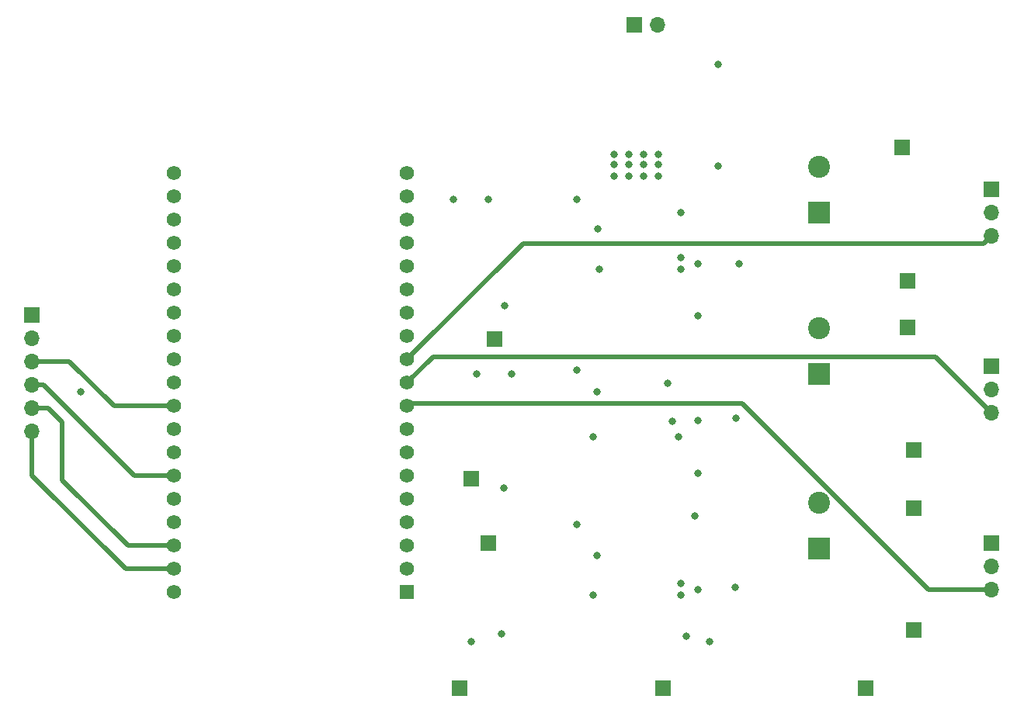
<source format=gbr>
%TF.GenerationSoftware,KiCad,Pcbnew,5.1.10-88a1d61d58~88~ubuntu20.04.1*%
%TF.CreationDate,2021-06-19T14:45:42+02:00*%
%TF.ProjectId,WindowControl,57696e64-6f77-4436-9f6e-74726f6c2e6b,rev?*%
%TF.SameCoordinates,Original*%
%TF.FileFunction,Copper,L2,Inr*%
%TF.FilePolarity,Positive*%
%FSLAX46Y46*%
G04 Gerber Fmt 4.6, Leading zero omitted, Abs format (unit mm)*
G04 Created by KiCad (PCBNEW 5.1.10-88a1d61d58~88~ubuntu20.04.1) date 2021-06-19 14:45:42*
%MOMM*%
%LPD*%
G01*
G04 APERTURE LIST*
%TA.AperFunction,ComponentPad*%
%ADD10R,1.700000X1.700000*%
%TD*%
%TA.AperFunction,ComponentPad*%
%ADD11O,1.700000X1.700000*%
%TD*%
%TA.AperFunction,ComponentPad*%
%ADD12R,1.560000X1.560000*%
%TD*%
%TA.AperFunction,ComponentPad*%
%ADD13C,1.560000*%
%TD*%
%TA.AperFunction,ComponentPad*%
%ADD14R,2.400000X2.400000*%
%TD*%
%TA.AperFunction,ComponentPad*%
%ADD15C,2.400000*%
%TD*%
%TA.AperFunction,ViaPad*%
%ADD16C,0.800000*%
%TD*%
%TA.AperFunction,Conductor*%
%ADD17C,0.500000*%
%TD*%
G04 APERTURE END LIST*
D10*
%TO.N,GND*%
%TO.C,J1*%
X131064000Y-42672000D03*
D11*
%TO.N,Net-(C7-Pad1)*%
X131064000Y-45212000D03*
%TO.N,PWM1*%
X131064000Y-47752000D03*
%TD*%
%TO.N,PWM2*%
%TO.C,J2*%
X131064000Y-67056000D03*
%TO.N,Net-(C8-Pad1)*%
X131064000Y-64516000D03*
D10*
%TO.N,GND*%
X131064000Y-61976000D03*
%TD*%
%TO.N,GND*%
%TO.C,J3*%
X131064000Y-81280000D03*
D11*
%TO.N,Net-(C9-Pad1)*%
X131064000Y-83820000D03*
%TO.N,PWM3*%
X131064000Y-86360000D03*
%TD*%
D10*
%TO.N,GND*%
%TO.C,J4*%
X26416000Y-56388000D03*
D11*
%TO.N,+3V3*%
X26416000Y-58928000D03*
%TO.N,IO4*%
X26416000Y-61468000D03*
%TO.N,IO3*%
X26416000Y-64008000D03*
%TO.N,IO2*%
X26416000Y-66548000D03*
%TO.N,IO1*%
X26416000Y-69088000D03*
%TD*%
D10*
%TO.N,Current_Sensor_1_AOUT*%
%TO.C,A1*%
X76835000Y-59055000D03*
%TD*%
%TO.N,PWM1*%
%TO.C,PWM1*%
X121920000Y-52705000D03*
%TD*%
%TO.N,GND*%
%TO.C,GND*%
X73056750Y-97155000D03*
%TD*%
%TO.N,Current_Sensor_2_AOUT*%
%TO.C,A2*%
X74295000Y-74295000D03*
%TD*%
%TO.N,PWM2*%
%TO.C,PWM2*%
X122555000Y-71120000D03*
%TD*%
%TO.N,GND*%
%TO.C,GND*%
X95202375Y-97155000D03*
%TD*%
%TO.N,Current_Sensor_3_AOUT*%
%TO.C,A3*%
X76200000Y-81280000D03*
%TD*%
%TO.N,PWM3*%
%TO.C,PWM3*%
X122555000Y-90805000D03*
%TD*%
%TO.N,GND*%
%TO.C,GND*%
X117348000Y-97155000D03*
%TD*%
D12*
%TO.N,+3V3*%
%TO.C,U4*%
X67310000Y-86689000D03*
D13*
%TO.N,Net-(U4-Pad2)*%
X67310000Y-84149000D03*
%TO.N,+5V*%
X67310000Y-40969000D03*
%TO.N,Net-(U4-Pad3)*%
X67310000Y-81609000D03*
%TO.N,Net-(U4-Pad4)*%
X67310000Y-79069000D03*
%TO.N,Current_Sensor_3_AOUT*%
X67310000Y-76529000D03*
%TO.N,Net-(U4-Pad6)*%
X67310000Y-73989000D03*
%TO.N,Current_Sensor_2_AOUT*%
X67310000Y-71449000D03*
%TO.N,Current_Sensor_1_AOUT*%
X67310000Y-68909000D03*
%TO.N,PWM3*%
X67310000Y-66369000D03*
%TO.N,PWM2*%
X67310000Y-63829000D03*
%TO.N,PWM1*%
X67310000Y-61289000D03*
%TO.N,Net-(U4-Pad12)*%
X67310000Y-58749000D03*
%TO.N,Net-(U4-Pad13)*%
X67310000Y-56209000D03*
%TO.N,GND*%
X67310000Y-53669000D03*
%TO.N,Net-(U4-Pad15)*%
X67310000Y-51129000D03*
%TO.N,Net-(U4-Pad16)*%
X67310000Y-48589000D03*
%TO.N,Net-(U4-Pad17)*%
X67310000Y-46049000D03*
%TO.N,Net-(U4-Pad18)*%
X67310000Y-43509000D03*
%TO.N,GND*%
X41910000Y-86689000D03*
%TO.N,IO1*%
X41910000Y-84149000D03*
%TO.N,IO2*%
X41910000Y-81609000D03*
%TO.N,Net-(U4-Pad23)*%
X41910000Y-79069000D03*
%TO.N,Net-(U4-Pad24)*%
X41910000Y-76529000D03*
%TO.N,IO3*%
X41910000Y-73989000D03*
%TO.N,GND*%
X41910000Y-71449000D03*
%TO.N,Net-(U4-Pad27)*%
X41910000Y-68909000D03*
%TO.N,IO4*%
X41910000Y-66369000D03*
%TO.N,Net-(U4-Pad29)*%
X41910000Y-63829000D03*
%TO.N,Net-(U4-Pad30)*%
X41910000Y-61289000D03*
%TO.N,Net-(U4-Pad31)*%
X41910000Y-58749000D03*
%TO.N,Net-(U4-Pad32)*%
X41910000Y-56209000D03*
%TO.N,Net-(U4-Pad33)*%
X41910000Y-53669000D03*
%TO.N,Net-(U4-Pad34)*%
X41910000Y-51129000D03*
%TO.N,Net-(U4-Pad35)*%
X41910000Y-48589000D03*
%TO.N,Net-(U4-Pad36)*%
X41910000Y-46049000D03*
%TO.N,Net-(U4-Pad37)*%
X41910000Y-43509000D03*
%TO.N,Net-(U4-Pad38)*%
X41910000Y-40969000D03*
%TD*%
D14*
%TO.N,Net-(C7-Pad1)*%
%TO.C,C7*%
X112268000Y-45212000D03*
D15*
%TO.N,GND*%
X112268000Y-40212000D03*
%TD*%
%TO.N,GND*%
%TO.C,C8*%
X112268000Y-57865000D03*
D14*
%TO.N,Net-(C8-Pad1)*%
X112268000Y-62865000D03*
%TD*%
%TO.N,Net-(C9-Pad1)*%
%TO.C,C9*%
X112268000Y-81915000D03*
D15*
%TO.N,GND*%
X112268000Y-76915000D03*
%TD*%
D10*
%TO.N,Net-(F1-Pad1)*%
%TO.C,J5*%
X92075000Y-24765000D03*
D11*
%TO.N,GND*%
X94615000Y-24765000D03*
%TD*%
D10*
%TO.N,Net-(C8-Pad1)*%
%TO.C,M2_VCC*%
X121920000Y-57785000D03*
%TD*%
%TO.N,Net-(C9-Pad1)*%
%TO.C,M3_VCC*%
X122555000Y-77470000D03*
%TD*%
%TO.N,Net-(C7-Pad1)*%
%TO.C,M1_VCC*%
X121285000Y-38100000D03*
%TD*%
D16*
%TO.N,+5VD*%
X89916000Y-40005000D03*
X91524666Y-40005000D03*
X93133332Y-40005000D03*
X94742000Y-40005000D03*
X89916000Y-41275000D03*
X91524666Y-41275000D03*
X93133332Y-41275000D03*
X94742000Y-41275000D03*
%TO.N,GND*%
X85852000Y-43815000D03*
X88138000Y-46990000D03*
X77978000Y-55372000D03*
X77851000Y-75311000D03*
X77597000Y-91186000D03*
X85852000Y-79248000D03*
X88011000Y-82677000D03*
X88011000Y-64770000D03*
X98679000Y-78359000D03*
X103124000Y-86106000D03*
X97155000Y-45212000D03*
X101219000Y-29083000D03*
X99060000Y-73660000D03*
X99060000Y-56515000D03*
X103505000Y-50800000D03*
X100330000Y-92075000D03*
X97790000Y-91440000D03*
X74295000Y-92075000D03*
X78740000Y-62865000D03*
X74930000Y-62865000D03*
X76200000Y-43815000D03*
X72390000Y-43815000D03*
X85852000Y-62445010D03*
X103191947Y-67699851D03*
X95718703Y-63900799D03*
X31750000Y-64770000D03*
%TO.N,+5VD*%
X89916000Y-38862000D03*
X91524666Y-38862000D03*
X93133332Y-38862000D03*
X94742000Y-38862000D03*
X101219000Y-40132000D03*
X97155000Y-50165000D03*
X97155000Y-51435000D03*
X99060000Y-50800000D03*
X88265000Y-51435000D03*
X99060000Y-67945000D03*
X87630000Y-86995000D03*
X97155000Y-86995000D03*
X97155000Y-85725000D03*
X99060000Y-86360000D03*
X87630000Y-69735008D03*
X96883064Y-69735008D03*
X96236452Y-68034988D03*
%TD*%
D17*
%TO.N,PWM1*%
X130214001Y-48601999D02*
X79997001Y-48601999D01*
X131064000Y-47752000D02*
X130214001Y-48601999D01*
X79997001Y-48601999D02*
X67310000Y-61289000D01*
%TO.N,PWM2*%
X70179000Y-60960000D02*
X67310000Y-63829000D01*
X124968000Y-60960000D02*
X70179000Y-60960000D01*
X131064000Y-67056000D02*
X124968000Y-60960000D01*
%TO.N,PWM3*%
X67639000Y-66040000D02*
X67310000Y-66369000D01*
X103835002Y-66040000D02*
X67639000Y-66040000D01*
X124155002Y-86360000D02*
X103835002Y-66040000D01*
X131064000Y-86360000D02*
X124155002Y-86360000D01*
%TO.N,IO4*%
X26416000Y-61468000D02*
X30480000Y-61468000D01*
X35381000Y-66369000D02*
X41910000Y-66369000D01*
X30480000Y-61468000D02*
X35381000Y-66369000D01*
%TO.N,IO3*%
X37921000Y-73989000D02*
X41910000Y-73989000D01*
X37846000Y-73914000D02*
X37921000Y-73989000D01*
X37592000Y-73914000D02*
X37846000Y-73914000D01*
X27686000Y-64008000D02*
X37592000Y-73914000D01*
X26416000Y-64008000D02*
X27686000Y-64008000D01*
%TO.N,IO2*%
X26416000Y-66548000D02*
X28194000Y-66548000D01*
X28194000Y-66548000D02*
X29718000Y-68072000D01*
X29718000Y-68072000D02*
X29718000Y-74422000D01*
X36905000Y-81609000D02*
X41910000Y-81609000D01*
X29718000Y-74422000D02*
X36905000Y-81609000D01*
%TO.N,IO1*%
X26416000Y-69088000D02*
X26416000Y-73914000D01*
X36651000Y-84149000D02*
X41910000Y-84149000D01*
X26416000Y-73914000D02*
X36651000Y-84149000D01*
%TD*%
M02*

</source>
